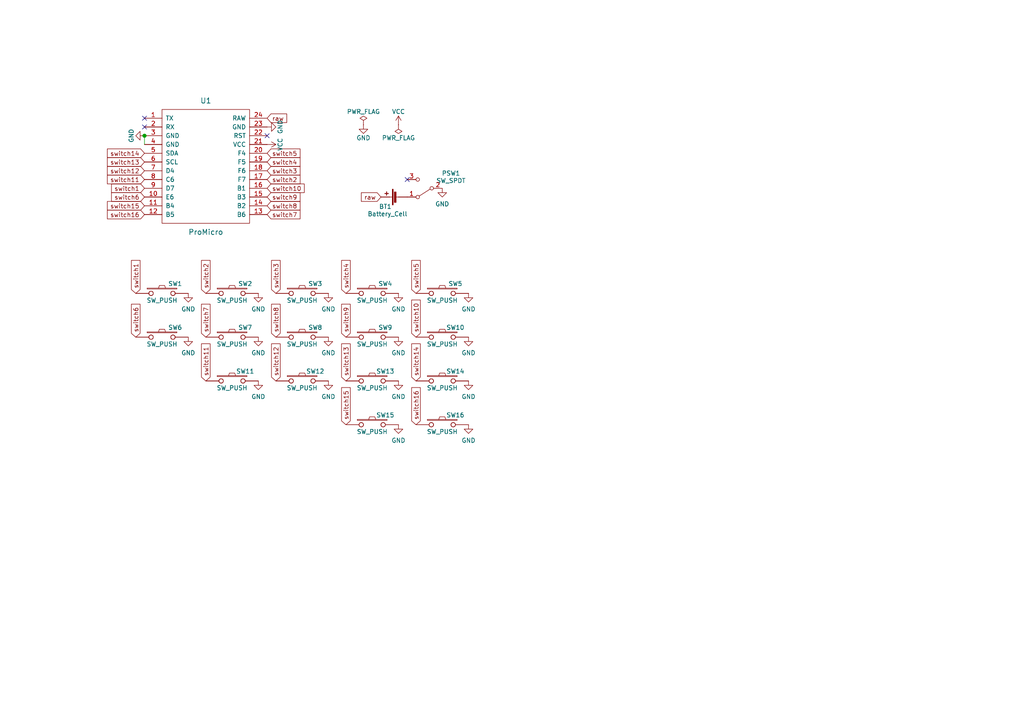
<source format=kicad_sch>
(kicad_sch (version 20210621) (generator eeschema)
  (paper "A4")
  (title_block (title "Locust") (date "2021-10-11") (rev "0.2") (company "jmnw"))
  (lib_symbols
    (symbol "Device:Battery_Cell" (pin_numbers hide) (pin_names (offset 0) hide)
      (property "Reference" "BT" (at 2.54 2.54 0))
      (property "Value" "Battery_Cell" (at 2.54 0 0))
      (symbol "Battery_Cell_0_1"
        (rectangle (start -2.286 1.778) (end 2.286 1.524) (fill (type outline)))
        (rectangle (start -1.5748 1.1938) (end 1.4732 0.6858) (fill (type outline)))
        (polyline (pts (xy 0 0.762) (xy 0 0)))
        (polyline (pts (xy 0 1.778) (xy 0 2.54)))
        (polyline (pts (xy 0.508 3.429) (xy 1.524 3.429)) (stroke (width 0.254)))
        (polyline (pts (xy 1.016 3.937) (xy 1.016 2.921)) (stroke (width 0.254)))
      )
      (symbol "Battery_Cell_1_1"
        (pin passive line (at 0 5.08 270) (length 2.54) (name "+") (number "1"))
        (pin passive line (at 0 -2.54 90) (length 2.54) (name "-") (number "2"))
      )
    )
    (symbol "Switch:SW_SPDT" (pin_names (offset 0) hide)
      (property "Reference" "SW" (at 0 4.318 0))
      (property "Value" "SW_SPDT" (at 0 -5.08 0))
      (symbol "SW_SPDT_0_0"
        (circle (center -2.032 0) (radius 0.508))
        (circle (center 2.032 -2.54) (radius 0.508))
      )
      (symbol "SW_SPDT_0_1"
        (circle (center 2.032 2.54) (radius 0.508))
        (polyline (pts (xy -1.524 0.254) (xy 1.651 2.286)))
      )
      (symbol "SW_SPDT_1_1"
        (pin passive line (at 5.08 2.54 180) (length 2.54) (name "A") (number "1"))
        (pin passive line (at -5.08 0 0) (length 2.54) (name "B") (number "2"))
        (pin passive line (at 5.08 -2.54 180) (length 2.54) (name "C") (number "3"))
      )
    )
    (symbol "bugs:ProMicro-kbd" (pin_names (offset 1.016))
      (property "Reference" "U" (at 0 24.13 0))
      (property "Value" "ProMicro-kbd" (at 0 -13.97 0))
      (symbol "ProMicro-kbd_0_1"
        (rectangle (start -12.7 21.59) (end 12.7 -11.43))
      )
      (symbol "ProMicro-kbd_1_1"
        (pin bidirectional line (at -17.78 19.05 0) (length 5.08) (name "TX") (number "1"))
        (pin bidirectional line (at -17.78 -3.81 0) (length 5.08) (name "E6") (number "10"))
        (pin bidirectional line (at -17.78 -6.35 0) (length 5.08) (name "B4") (number "11"))
        (pin bidirectional line (at -17.78 -8.89 0) (length 5.08) (name "B5") (number "12"))
        (pin bidirectional line (at 17.78 -8.89 180) (length 5.08) (name "B6") (number "13"))
        (pin bidirectional line (at 17.78 -6.35 180) (length 5.08) (name "B2") (number "14"))
        (pin bidirectional line (at 17.78 -3.81 180) (length 5.08) (name "B3") (number "15"))
        (pin bidirectional line (at 17.78 -1.27 180) (length 5.08) (name "B1") (number "16"))
        (pin bidirectional line (at 17.78 1.27 180) (length 5.08) (name "F7") (number "17"))
        (pin bidirectional line (at 17.78 3.81 180) (length 5.08) (name "F6") (number "18"))
        (pin bidirectional line (at 17.78 6.35 180) (length 5.08) (name "F5") (number "19"))
        (pin bidirectional line (at -17.78 16.51 0) (length 5.08) (name "RX") (number "2"))
        (pin bidirectional line (at 17.78 8.89 180) (length 5.08) (name "F4") (number "20"))
        (pin power_in line (at 17.78 11.43 180) (length 5.08) (name "VCC") (number "21"))
        (pin input line (at 17.78 13.97 180) (length 5.08) (name "RST") (number "22"))
        (pin power_in line (at 17.78 16.51 180) (length 5.08) (name "GND") (number "23"))
        (pin power_out line (at 17.78 19.05 180) (length 5.08) (name "RAW") (number "24"))
        (pin power_in line (at -17.78 13.97 0) (length 5.08) (name "GND") (number "3"))
        (pin power_in line (at -17.78 11.43 0) (length 5.08) (name "GND") (number "4"))
        (pin bidirectional line (at -17.78 8.89 0) (length 5.08) (name "SDA") (number "5"))
        (pin bidirectional line (at -17.78 6.35 0) (length 5.08) (name "SCL") (number "6"))
        (pin bidirectional line (at -17.78 3.81 0) (length 5.08) (name "D4") (number "7"))
        (pin bidirectional line (at -17.78 1.27 0) (length 5.08) (name "C6") (number "8"))
        (pin bidirectional line (at -17.78 -1.27 0) (length 5.08) (name "D7") (number "9"))
      )
    )
    (symbol "bugs:SW_PUSH-kbd" (pin_numbers hide) (pin_names (offset 1.016) hide)
      (property "Reference" "SW" (at 3.81 2.794 0))
      (property "Value" "SW_PUSH-kbd" (at 0 -2.032 0))
      (symbol "SW_PUSH-kbd_0_1"
        (rectangle (start -4.318 1.27) (end 4.318 1.524))
        (polyline (pts (xy -1.016 1.524) (xy -0.762 2.286) (xy 0.762 2.286) (xy 1.016 1.524)))
        (pin passive inverted (at -7.62 0 0) (length 5.08) (name "1") (number "1"))
        (pin passive inverted (at 7.62 0 180) (length 5.08) (name "2") (number "2"))
      )
    )
    (symbol "knott:SW_PUSH-kbd" (pin_numbers hide) (pin_names (offset 1.016) hide)
      (property "Reference" "SW" (at 3.81 2.794 0))
      (property "Value" "SW_PUSH-kbd" (at 0 -2.032 0))
      (symbol "SW_PUSH-kbd_0_1"
        (rectangle (start -4.318 1.27) (end 4.318 1.524))
        (polyline (pts (xy -1.016 1.524) (xy -0.762 2.286) (xy 0.762 2.286) (xy 1.016 1.524)))
        (pin passive inverted (at -7.62 0 0) (length 5.08) (name "1") (number "1"))
        (pin passive inverted (at 7.62 0 180) (length 5.08) (name "2") (number "2"))
      )
    )
    (symbol "power:GND" (power) (pin_names (offset 0))
      (property "Value" "GND" (at 0 -3.81 0))
      (symbol "GND_0_1"
        (polyline (pts (xy 0 0) (xy 0 -1.27) (xy 1.27 -1.27) (xy 0 -2.54) (xy -1.27 -1.27) (xy 0 -1.27)))
      )
      (symbol "GND_1_1"
        (pin power_in line (at 0 0 270) (length 0) hide (name "GND") (number "1"))
      )
    )
    (symbol "power:PWR_FLAG" (power) (pin_numbers hide) (pin_names (offset 0) hide)
      (property "Value" "PWR_FLAG" (at 0 3.81 0))
      (symbol "PWR_FLAG_0_0"
        (pin power_out line (at 0 0 90) (length 0) (name "pwr") (number "1"))
      )
      (symbol "PWR_FLAG_0_1"
        (polyline (pts (xy 0 0) (xy 0 1.27) (xy -1.016 1.905) (xy 0 2.54) (xy 1.016 1.905) (xy 0 1.27)))
      )
    )
    (symbol "power:VCC" (power) (pin_names (offset 0))
      (property "Value" "VCC" (at 0 3.81 0))
      (symbol "VCC_0_1"
        (polyline (pts (xy -0.762 1.27) (xy 0 2.54)))
        (polyline (pts (xy 0 0) (xy 0 2.54)))
        (polyline (pts (xy 0 2.54) (xy 0.762 1.27)))
      )
      (symbol "VCC_1_1"
        (pin power_in line (at 0 0 90) (length 0) hide (name "VCC") (number "1"))
      )
    )
  )
  (junction (at 41.91 39.37) (diameter 1.016))
  (no_connect (at 41.91 34.29))
  (no_connect (at 41.91 36.83))
  (no_connect (at 77.47 39.37))
  (no_connect (at 118.11 52.07))
  (wire (pts (xy 41.91 39.37) (xy 41.91 41.91)))
  (global_label "switch1" (shape input) (at 39.37 85.09 90) (property "Intersheet References" "${INTERSHEET_REFS}" (effects hide)))
  (global_label "switch6" (shape input) (at 39.37 97.79 90) (property "Intersheet References" "${INTERSHEET_REFS}" (effects hide)))
  (global_label "switch14" (shape input) (at 41.91 44.45 180) (property "Intersheet References" "${INTERSHEET_REFS}" (effects hide)))
  (global_label "switch13" (shape input) (at 41.91 46.99 180) (property "Intersheet References" "${INTERSHEET_REFS}" (effects hide)))
  (global_label "switch12" (shape input) (at 41.91 49.53 180) (property "Intersheet References" "${INTERSHEET_REFS}" (effects hide)))
  (global_label "switch11" (shape input) (at 41.91 52.07 180) (property "Intersheet References" "${INTERSHEET_REFS}" (effects hide)))
  (global_label "switch1" (shape input) (at 41.91 54.61 180) (property "Intersheet References" "${INTERSHEET_REFS}" (effects hide)))
  (global_label "switch6" (shape input) (at 41.91 57.15 180) (property "Intersheet References" "${INTERSHEET_REFS}" (effects hide)))
  (global_label "switch15" (shape input) (at 41.91 59.69 180) (property "Intersheet References" "${INTERSHEET_REFS}" (effects hide)))
  (global_label "switch16" (shape input) (at 41.91 62.23 180) (property "Intersheet References" "${INTERSHEET_REFS}" (effects hide)))
  (global_label "switch2" (shape input) (at 59.69 85.09 90) (property "Intersheet References" "${INTERSHEET_REFS}" (effects hide)))
  (global_label "switch7" (shape input) (at 59.69 97.79 90) (property "Intersheet References" "${INTERSHEET_REFS}" (effects hide)))
  (global_label "switch11" (shape input) (at 59.69 110.49 90) (property "Intersheet References" "${INTERSHEET_REFS}" (effects hide)))
  (global_label "raw" (shape input) (at 77.47 34.29 0) (property "Intersheet References" "${INTERSHEET_REFS}" (effects hide)))
  (global_label "switch5" (shape input) (at 77.47 44.45 0) (property "Intersheet References" "${INTERSHEET_REFS}" (effects hide)))
  (global_label "switch4" (shape input) (at 77.47 46.99 0) (property "Intersheet References" "${INTERSHEET_REFS}" (effects hide)))
  (global_label "switch3" (shape input) (at 77.47 49.53 0) (property "Intersheet References" "${INTERSHEET_REFS}" (effects hide)))
  (global_label "switch2" (shape input) (at 77.47 52.07 0) (property "Intersheet References" "${INTERSHEET_REFS}" (effects hide)))
  (global_label "switch10" (shape input) (at 77.47 54.61 0) (property "Intersheet References" "${INTERSHEET_REFS}" (effects hide)))
  (global_label "switch9" (shape input) (at 77.47 57.15 0) (property "Intersheet References" "${INTERSHEET_REFS}" (effects hide)))
  (global_label "switch8" (shape input) (at 77.47 59.69 0) (property "Intersheet References" "${INTERSHEET_REFS}" (effects hide)))
  (global_label "switch7" (shape input) (at 77.47 62.23 0) (property "Intersheet References" "${INTERSHEET_REFS}" (effects hide)))
  (global_label "switch3" (shape input) (at 80.01 85.09 90) (property "Intersheet References" "${INTERSHEET_REFS}" (effects hide)))
  (global_label "switch8" (shape input) (at 80.01 97.79 90) (property "Intersheet References" "${INTERSHEET_REFS}" (effects hide)))
  (global_label "switch12" (shape input) (at 80.01 110.49 90) (property "Intersheet References" "${INTERSHEET_REFS}" (effects hide)))
  (global_label "switch4" (shape input) (at 100.33 85.09 90) (property "Intersheet References" "${INTERSHEET_REFS}" (effects hide)))
  (global_label "switch9" (shape input) (at 100.33 97.79 90) (property "Intersheet References" "${INTERSHEET_REFS}" (effects hide)))
  (global_label "switch13" (shape input) (at 100.33 110.49 90) (property "Intersheet References" "${INTERSHEET_REFS}" (effects hide)))
  (global_label "switch15" (shape input) (at 100.33 123.19 90) (property "Intersheet References" "${INTERSHEET_REFS}" (effects hide)))
  (global_label "raw" (shape input) (at 110.49 57.15 180) (property "Intersheet References" "${INTERSHEET_REFS}" (effects hide)))
  (global_label "switch5" (shape input) (at 120.65 85.09 90) (property "Intersheet References" "${INTERSHEET_REFS}" (effects hide)))
  (global_label "switch10" (shape input) (at 120.65 97.79 90) (property "Intersheet References" "${INTERSHEET_REFS}" (effects hide)))
  (global_label "switch14" (shape input) (at 120.65 110.49 90) (property "Intersheet References" "${INTERSHEET_REFS}" (effects hide)))
  (global_label "switch16" (shape input) (at 120.65 123.19 90) (property "Intersheet References" "${INTERSHEET_REFS}" (effects hide)))
  (symbol (lib_id "power:VCC") (at 77.47 41.91 270) (unit 1)
    (property "Reference" "#PWR023" (effects hide))
    (property "Value" "VCC" (at 81.28 41.91 0))
  )
  (symbol (lib_id "power:VCC") (at 115.57 36.195 0) (unit 1)
    (property "Reference" "#PWR04" (effects hide))
    (property "Value" "VCC" (at 115.57 32.385 0))
  )
  (symbol (lib_id "power:PWR_FLAG") (at 105.41 36.195 0) (unit 1)
    (property "Reference" "#FLG06" (effects hide))
    (property "Value" "PWR_FLAG" (at 105.41 32.385 0))
  )
  (symbol (lib_id "power:PWR_FLAG") (at 115.57 36.195 180) (unit 1)
    (property "Reference" "#FLG05" (effects hide))
    (property "Value" "PWR_FLAG" (at 115.57 40.005 0))
  )
  (symbol (lib_id "power:GND") (at 41.91 39.37 270) (unit 1)
    (property "Reference" "#PWR02" (effects hide))
    (property "Value" "GND" (at 38.1 39.37 0))
  )
  (symbol (lib_id "power:GND") (at 54.61 85.09 0) (unit 1)
    (property "Reference" "#PWR0105" (effects hide))
    (property "Value" "GND" (at 54.61 89.6526 0))
  )
  (symbol (lib_id "power:GND") (at 54.61 97.79 0) (unit 1)
    (property "Reference" "#PWR0107" (effects hide))
    (property "Value" "GND" (at 54.61 102.3526 0))
  )
  (symbol (lib_id "power:GND") (at 74.93 85.09 0) (unit 1)
    (property "Reference" "#PWR0104" (effects hide))
    (property "Value" "GND" (at 74.93 89.6526 0))
  )
  (symbol (lib_id "power:GND") (at 74.93 97.79 0) (unit 1)
    (property "Reference" "#PWR0103" (effects hide))
    (property "Value" "GND" (at 74.93 102.3526 0))
  )
  (symbol (lib_id "power:GND") (at 74.93 110.49 0) (unit 1)
    (property "Reference" "#PWR0116" (effects hide))
    (property "Value" "GND" (at 74.93 115.0526 0))
  )
  (symbol (lib_id "power:GND") (at 77.47 36.83 90) (unit 1)
    (property "Reference" "#PWR01" (effects hide))
    (property "Value" "GND" (at 81.28 36.83 0))
  )
  (symbol (lib_id "power:GND") (at 95.25 85.09 0) (unit 1)
    (property "Reference" "#PWR0114" (effects hide))
    (property "Value" "GND" (at 95.25 89.6526 0))
  )
  (symbol (lib_id "power:GND") (at 95.25 97.79 0) (unit 1)
    (property "Reference" "#PWR0117" (effects hide))
    (property "Value" "GND" (at 95.25 102.3526 0))
  )
  (symbol (lib_id "power:GND") (at 95.25 110.49 0) (unit 1)
    (property "Reference" "#PWR0115" (effects hide))
    (property "Value" "GND" (at 95.25 115.0526 0))
  )
  (symbol (lib_id "power:GND") (at 105.41 36.195 0) (unit 1)
    (property "Reference" "#PWR03" (effects hide))
    (property "Value" "GND" (at 105.41 40.005 0))
  )
  (symbol (lib_id "power:GND") (at 115.57 85.09 0) (unit 1)
    (property "Reference" "#PWR0108" (effects hide))
    (property "Value" "GND" (at 115.57 89.6526 0))
  )
  (symbol (lib_id "power:GND") (at 115.57 97.79 0) (unit 1)
    (property "Reference" "#PWR0109" (effects hide))
    (property "Value" "GND" (at 115.57 102.3526 0))
  )
  (symbol (lib_id "power:GND") (at 115.57 110.49 0) (unit 1)
    (property "Reference" "#PWR0112" (effects hide))
    (property "Value" "GND" (at 115.57 115.0526 0))
  )
  (symbol (lib_id "power:GND") (at 115.57 123.19 0) (unit 1)
    (property "Reference" "#PWR0106" (effects hide))
    (property "Value" "GND" (at 115.57 127.7526 0))
  )
  (symbol (lib_id "power:GND") (at 128.27 54.61 0) (unit 1)
    (property "Reference" "#PWR0101" (effects hide))
    (property "Value" "GND" (at 128.27 59.1726 0))
  )
  (symbol (lib_id "power:GND") (at 135.89 85.09 0) (unit 1)
    (property "Reference" "#PWR0110" (effects hide))
    (property "Value" "GND" (at 135.89 89.6526 0))
  )
  (symbol (lib_id "power:GND") (at 135.89 97.79 0) (unit 1)
    (property "Reference" "#PWR0111" (effects hide))
    (property "Value" "GND" (at 135.89 102.3526 0))
  )
  (symbol (lib_id "power:GND") (at 135.89 110.49 0) (unit 1)
    (property "Reference" "#PWR0118" (effects hide))
    (property "Value" "GND" (at 135.89 115.0526 0))
  )
  (symbol (lib_id "power:GND") (at 135.89 123.19 0) (unit 1)
    (property "Reference" "#PWR0113" (effects hide))
    (property "Value" "GND" (at 135.89 127.7526 0))
  )
  (symbol (lib_id "Device:Battery_Cell") (at 115.57 57.15 90) (unit 1)
    (property "Reference" "BT1" (at 111.76 59.9144 90))
    (property "Value" "Battery_Cell" (at 112.395 62.0545 90))
    (property "Footprint" "bugs:Battery_pads_reversible" (effects hide))
  )
  (symbol (lib_id "bugs:SW_PUSH-kbd") (at 46.99 85.09 0) (unit 1)
    (property "Reference" "SW1" (at 50.8 82.296 0))
    (property "Value" "SW_PUSH" (at 46.99 87.122 0))
    (property "Footprint" "bugs:Choc_reversible" (effects hide))
  )
  (symbol (lib_id "knott:SW_PUSH-kbd") (at 46.99 97.79 0) (unit 1)
    (property "Reference" "SW6" (at 50.8 94.996 0))
    (property "Value" "SW_PUSH" (at 46.99 99.822 0))
    (property "Footprint" "bugs:Choc_reversible" (effects hide))
  )
  (symbol (lib_id "knott:SW_PUSH-kbd") (at 67.31 85.09 0) (unit 1)
    (property "Reference" "SW2" (at 71.12 82.296 0))
    (property "Value" "SW_PUSH" (at 67.31 87.122 0))
    (property "Footprint" "bugs:Choc_reversible" (effects hide))
  )
  (symbol (lib_id "knott:SW_PUSH-kbd") (at 67.31 97.79 0) (unit 1)
    (property "Reference" "SW7" (at 71.12 94.996 0))
    (property "Value" "SW_PUSH" (at 67.31 99.822 0))
    (property "Footprint" "bugs:Choc_reversible" (effects hide))
  )
  (symbol (lib_id "knott:SW_PUSH-kbd") (at 67.31 110.49 0) (unit 1)
    (property "Reference" "SW11" (at 71.12 107.696 0))
    (property "Value" "SW_PUSH" (at 67.31 112.522 0))
    (property "Footprint" "bugs:Choc_reversible" (effects hide))
  )
  (symbol (lib_id "knott:SW_PUSH-kbd") (at 87.63 85.09 0) (unit 1)
    (property "Reference" "SW3" (at 91.44 82.296 0))
    (property "Value" "SW_PUSH" (at 87.63 87.122 0))
    (property "Footprint" "bugs:Choc_reversible" (effects hide))
  )
  (symbol (lib_id "knott:SW_PUSH-kbd") (at 87.63 97.79 0) (unit 1)
    (property "Reference" "SW8" (at 91.44 94.996 0))
    (property "Value" "SW_PUSH" (at 87.63 99.822 0))
    (property "Footprint" "bugs:Choc_reversible" (effects hide))
  )
  (symbol (lib_id "knott:SW_PUSH-kbd") (at 87.63 110.49 0) (unit 1)
    (property "Reference" "SW12" (at 91.44 107.696 0))
    (property "Value" "SW_PUSH" (at 87.63 112.522 0))
    (property "Footprint" "bugs:Choc_reversible" (effects hide))
  )
  (symbol (lib_id "knott:SW_PUSH-kbd") (at 107.95 85.09 0) (unit 1)
    (property "Reference" "SW4" (at 111.76 82.296 0))
    (property "Value" "SW_PUSH" (at 107.95 87.122 0))
    (property "Footprint" "bugs:Choc_reversible" (effects hide))
  )
  (symbol (lib_id "knott:SW_PUSH-kbd") (at 107.95 97.79 0) (unit 1)
    (property "Reference" "SW9" (at 111.76 94.996 0))
    (property "Value" "SW_PUSH" (at 107.95 99.822 0))
    (property "Footprint" "bugs:Choc_reversible" (effects hide))
  )
  (symbol (lib_id "knott:SW_PUSH-kbd") (at 107.95 110.49 0) (unit 1)
    (property "Reference" "SW13" (at 111.76 107.696 0))
    (property "Value" "SW_PUSH" (at 107.95 112.522 0))
    (property "Footprint" "bugs:Choc_reversible" (effects hide))
  )
  (symbol (lib_id "knott:SW_PUSH-kbd") (at 107.95 123.19 0) (unit 1)
    (property "Reference" "SW15" (at 111.76 120.396 0))
    (property "Value" "SW_PUSH" (at 107.95 125.222 0))
    (property "Footprint" "bugs:Choc_reversible" (effects hide))
  )
  (symbol (lib_id "knott:SW_PUSH-kbd") (at 128.27 85.09 0) (unit 1)
    (property "Reference" "SW5" (at 132.08 82.296 0))
    (property "Value" "SW_PUSH" (at 128.27 87.122 0))
    (property "Footprint" "bugs:Choc_reversible" (effects hide))
  )
  (symbol (lib_id "knott:SW_PUSH-kbd") (at 128.27 97.79 0) (unit 1)
    (property "Reference" "SW10" (at 132.08 94.996 0))
    (property "Value" "SW_PUSH" (at 128.27 99.822 0))
    (property "Footprint" "bugs:Choc_reversible" (effects hide))
  )
  (symbol (lib_id "knott:SW_PUSH-kbd") (at 128.27 110.49 0) (unit 1)
    (property "Reference" "SW14" (at 132.08 107.696 0))
    (property "Value" "SW_PUSH" (at 128.27 112.522 0))
    (property "Footprint" "bugs:Choc_reversible" (effects hide))
  )
  (symbol (lib_id "knott:SW_PUSH-kbd") (at 128.27 123.19 0) (unit 1)
    (property "Reference" "SW16" (at 132.08 120.396 0))
    (property "Value" "SW_PUSH" (at 128.27 125.222 0))
    (property "Footprint" "bugs:Choc_reversible" (effects hide))
  )
  (symbol (lib_id "Switch:SW_SPDT") (at 123.19 54.61 180) (unit 1)
    (property "Reference" "PSW1" (at 130.81 50.2624 0))
    (property "Value" "SW_SPDT" (at 130.81 52.4025 0))
    (property "Footprint" "bugs:Power_reversible" (effects hide))
  )
  (symbol (lib_id "bugs:ProMicro-kbd") (at 59.69 53.34 0) (unit 1)
    (property "Reference" "U1" (at 59.69 29.21 0) (effects (font (size 1.524 1.524))))
    (property "Value" "ProMicro" (at 59.69 67.31 0) (effects (font (size 1.524 1.524))))
    (property "Footprint" "jmnw:ProMicro_sing-rev" (effects hide))
  )
)
</source>
